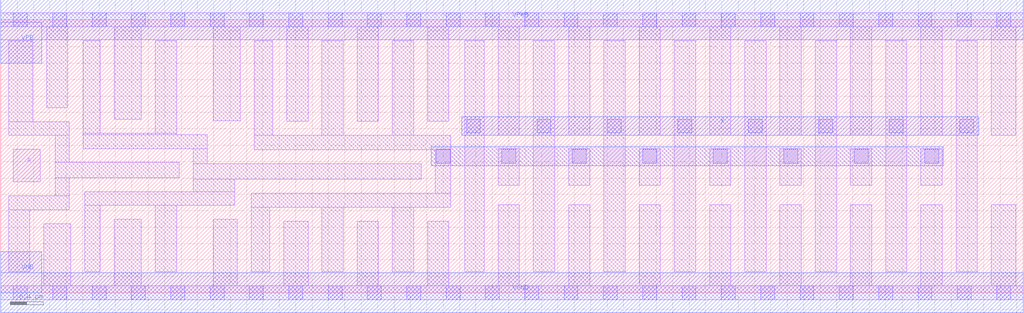
<source format=lef>
# Copyright 2020 The SkyWater PDK Authors
#
# Licensed under the Apache License, Version 2.0 (the "License");
# you may not use this file except in compliance with the License.
# You may obtain a copy of the License at
#
#     https://www.apache.org/licenses/LICENSE-2.0
#
# Unless required by applicable law or agreed to in writing, software
# distributed under the License is distributed on an "AS IS" BASIS,
# WITHOUT WARRANTIES OR CONDITIONS OF ANY KIND, either express or implied.
# See the License for the specific language governing permissions and
# limitations under the License.
#
# SPDX-License-Identifier: Apache-2.0

VERSION 5.5 ;
NAMESCASESENSITIVE ON ;
BUSBITCHARS "[]" ;
DIVIDERCHAR "/" ;
MACRO sky130_fd_sc_lp__bufbuf_16
  CLASS CORE ;
  SOURCE USER ;
  ORIGIN  0.000000  0.000000 ;
  SIZE  12.48000 BY  3.330000 ;
  SYMMETRY X Y R90 ;
  SITE unit ;
  PIN A
    ANTENNAGATEAREA  0.315000 ;
    DIRECTION INPUT ;
    USE SIGNAL ;
    PORT
      LAYER li1 ;
        RECT 0.155000 1.355000 0.485000 1.750000 ;
    END
  END A
  PIN X
    ANTENNADIFFAREA  4.704000 ;
    DIRECTION OUTPUT ;
    USE SIGNAL ;
    PORT
      LAYER met1 ;
        RECT 5.625000 1.920000 11.935000 2.150000 ;
    END
  END X
  PIN VGND
    DIRECTION INOUT ;
    USE GROUND ;
    PORT
      LAYER met1 ;
        RECT 0.000000 -0.245000 12.480000 0.245000 ;
    END
  END VGND
  PIN VNB
    DIRECTION INOUT ;
    USE GROUND ;
    PORT
      LAYER met1 ;
        RECT 0.000000 0.000000 0.500000 0.500000 ;
    END
  END VNB
  PIN VPB
    DIRECTION INOUT ;
    USE POWER ;
    PORT
      LAYER met1 ;
        RECT 0.000000 2.800000 0.500000 3.300000 ;
    END
  END VPB
  PIN VPWR
    DIRECTION INOUT ;
    USE POWER ;
    PORT
      LAYER met1 ;
        RECT 0.000000 3.085000 12.480000 3.575000 ;
    END
  END VPWR
  OBS
    LAYER li1 ;
      RECT  0.000000 -0.085000 12.480000 0.085000 ;
      RECT  0.000000  3.245000 12.480000 3.415000 ;
      RECT  0.095000  0.255000  0.355000 1.015000 ;
      RECT  0.095000  1.015000  0.835000 1.185000 ;
      RECT  0.095000  1.920000  0.835000 2.090000 ;
      RECT  0.095000  2.090000  0.390000 3.075000 ;
      RECT  0.525000  0.085000  0.855000 0.845000 ;
      RECT  0.560000  2.260000  0.820000 3.245000 ;
      RECT  0.665000  1.185000  0.835000 1.405000 ;
      RECT  0.665000  1.405000  2.180000 1.590000 ;
      RECT  0.665000  1.590000  0.835000 1.920000 ;
      RECT  1.005000  1.760000  2.520000 1.930000 ;
      RECT  1.005000  1.930000  2.145000 1.945000 ;
      RECT  1.005000  1.945000  1.215000 3.075000 ;
      RECT  1.025000  0.255000  1.215000 1.065000 ;
      RECT  1.025000  1.065000  2.855000 1.235000 ;
      RECT  1.385000  0.085000  1.715000 0.895000 ;
      RECT  1.385000  2.115000  1.715000 3.245000 ;
      RECT  1.885000  0.255000  2.145000 1.065000 ;
      RECT  1.885000  1.945000  2.145000 3.075000 ;
      RECT  2.350000  1.235000  2.855000 1.385000 ;
      RECT  2.350000  1.385000  5.135000 1.575000 ;
      RECT  2.350000  1.575000  2.520000 1.760000 ;
      RECT  2.595000  0.085000  2.885000 0.895000 ;
      RECT  2.595000  2.100000  2.925000 3.245000 ;
      RECT  3.055000  0.255000  3.285000 1.045000 ;
      RECT  3.055000  1.045000  5.495000 1.215000 ;
      RECT  3.095000  1.745000  5.495000 1.925000 ;
      RECT  3.095000  1.925000  3.320000 3.075000 ;
      RECT  3.455000  0.085000  3.750000 0.875000 ;
      RECT  3.490000  2.095000  3.750000 3.245000 ;
      RECT  3.920000  0.255000  4.180000 1.045000 ;
      RECT  3.920000  1.925000  4.180000 3.075000 ;
      RECT  4.350000  0.085000  4.610000 0.875000 ;
      RECT  4.350000  2.095000  4.610000 3.245000 ;
      RECT  4.780000  0.255000  5.040000 1.045000 ;
      RECT  4.780000  1.925000  5.040000 3.075000 ;
      RECT  5.210000  0.085000  5.470000 0.875000 ;
      RECT  5.210000  2.095000  5.470000 3.245000 ;
      RECT  5.305000  1.215000  5.495000 1.745000 ;
      RECT  5.665000  0.255000  5.900000 3.075000 ;
      RECT  6.070000  0.085000  6.330000 1.075000 ;
      RECT  6.070000  1.315000  6.330000 1.755000 ;
      RECT  6.070000  1.925000  6.330000 3.245000 ;
      RECT  6.500000  0.255000  6.760000 3.075000 ;
      RECT  6.930000  0.085000  7.190000 1.075000 ;
      RECT  6.930000  1.315000  7.190000 1.755000 ;
      RECT  6.930000  1.925000  7.190000 3.245000 ;
      RECT  7.360000  0.255000  7.620000 3.075000 ;
      RECT  7.790000  0.085000  8.050000 1.075000 ;
      RECT  7.790000  1.315000  8.050000 1.755000 ;
      RECT  7.790000  1.925000  8.050000 3.245000 ;
      RECT  8.220000  0.255000  8.480000 3.075000 ;
      RECT  8.650000  0.085000  8.910000 1.075000 ;
      RECT  8.650000  1.315000  8.910000 1.755000 ;
      RECT  8.650000  1.925000  8.910000 3.245000 ;
      RECT  9.080000  0.255000  9.340000 3.075000 ;
      RECT  9.510000  0.085000  9.770000 1.075000 ;
      RECT  9.510000  1.315000  9.770000 1.755000 ;
      RECT  9.510000  1.925000  9.770000 3.245000 ;
      RECT  9.940000  0.255000 10.200000 3.075000 ;
      RECT 10.370000  0.085000 10.630000 1.075000 ;
      RECT 10.370000  1.315000 10.630000 1.755000 ;
      RECT 10.370000  1.925000 10.630000 3.245000 ;
      RECT 10.800000  0.255000 11.060000 3.075000 ;
      RECT 11.230000  0.085000 11.490000 1.075000 ;
      RECT 11.230000  1.315000 11.490000 1.755000 ;
      RECT 11.230000  1.925000 11.490000 3.245000 ;
      RECT 11.660000  0.255000 11.920000 3.075000 ;
      RECT 12.090000  0.085000 12.385000 1.075000 ;
      RECT 12.090000  1.925000 12.385000 3.245000 ;
    LAYER mcon ;
      RECT  0.155000 -0.085000  0.325000 0.085000 ;
      RECT  0.155000  3.245000  0.325000 3.415000 ;
      RECT  0.635000 -0.085000  0.805000 0.085000 ;
      RECT  0.635000  3.245000  0.805000 3.415000 ;
      RECT  1.115000 -0.085000  1.285000 0.085000 ;
      RECT  1.115000  3.245000  1.285000 3.415000 ;
      RECT  1.595000 -0.085000  1.765000 0.085000 ;
      RECT  1.595000  3.245000  1.765000 3.415000 ;
      RECT  2.075000 -0.085000  2.245000 0.085000 ;
      RECT  2.075000  3.245000  2.245000 3.415000 ;
      RECT  2.555000 -0.085000  2.725000 0.085000 ;
      RECT  2.555000  3.245000  2.725000 3.415000 ;
      RECT  3.035000 -0.085000  3.205000 0.085000 ;
      RECT  3.035000  3.245000  3.205000 3.415000 ;
      RECT  3.515000 -0.085000  3.685000 0.085000 ;
      RECT  3.515000  3.245000  3.685000 3.415000 ;
      RECT  3.995000 -0.085000  4.165000 0.085000 ;
      RECT  3.995000  3.245000  4.165000 3.415000 ;
      RECT  4.475000 -0.085000  4.645000 0.085000 ;
      RECT  4.475000  3.245000  4.645000 3.415000 ;
      RECT  4.955000 -0.085000  5.125000 0.085000 ;
      RECT  4.955000  3.245000  5.125000 3.415000 ;
      RECT  5.315000  1.580000  5.485000 1.750000 ;
      RECT  5.435000 -0.085000  5.605000 0.085000 ;
      RECT  5.435000  3.245000  5.605000 3.415000 ;
      RECT  5.685000  1.950000  5.855000 2.120000 ;
      RECT  5.915000 -0.085000  6.085000 0.085000 ;
      RECT  5.915000  3.245000  6.085000 3.415000 ;
      RECT  6.115000  1.580000  6.285000 1.750000 ;
      RECT  6.395000 -0.085000  6.565000 0.085000 ;
      RECT  6.395000  3.245000  6.565000 3.415000 ;
      RECT  6.545000  1.950000  6.715000 2.120000 ;
      RECT  6.875000 -0.085000  7.045000 0.085000 ;
      RECT  6.875000  3.245000  7.045000 3.415000 ;
      RECT  6.975000  1.580000  7.145000 1.750000 ;
      RECT  7.355000 -0.085000  7.525000 0.085000 ;
      RECT  7.355000  3.245000  7.525000 3.415000 ;
      RECT  7.405000  1.950000  7.575000 2.120000 ;
      RECT  7.835000 -0.085000  8.005000 0.085000 ;
      RECT  7.835000  1.580000  8.005000 1.750000 ;
      RECT  7.835000  3.245000  8.005000 3.415000 ;
      RECT  8.265000  1.950000  8.435000 2.120000 ;
      RECT  8.315000 -0.085000  8.485000 0.085000 ;
      RECT  8.315000  3.245000  8.485000 3.415000 ;
      RECT  8.695000  1.580000  8.865000 1.750000 ;
      RECT  8.795000 -0.085000  8.965000 0.085000 ;
      RECT  8.795000  3.245000  8.965000 3.415000 ;
      RECT  9.125000  1.950000  9.295000 2.120000 ;
      RECT  9.275000 -0.085000  9.445000 0.085000 ;
      RECT  9.275000  3.245000  9.445000 3.415000 ;
      RECT  9.555000  1.580000  9.725000 1.750000 ;
      RECT  9.755000 -0.085000  9.925000 0.085000 ;
      RECT  9.755000  3.245000  9.925000 3.415000 ;
      RECT  9.985000  1.950000 10.155000 2.120000 ;
      RECT 10.235000 -0.085000 10.405000 0.085000 ;
      RECT 10.235000  3.245000 10.405000 3.415000 ;
      RECT 10.415000  1.580000 10.585000 1.750000 ;
      RECT 10.715000 -0.085000 10.885000 0.085000 ;
      RECT 10.715000  3.245000 10.885000 3.415000 ;
      RECT 10.845000  1.950000 11.015000 2.120000 ;
      RECT 11.195000 -0.085000 11.365000 0.085000 ;
      RECT 11.195000  3.245000 11.365000 3.415000 ;
      RECT 11.275000  1.580000 11.445000 1.750000 ;
      RECT 11.675000 -0.085000 11.845000 0.085000 ;
      RECT 11.675000  3.245000 11.845000 3.415000 ;
      RECT 11.705000  1.950000 11.875000 2.120000 ;
      RECT 12.155000 -0.085000 12.325000 0.085000 ;
      RECT 12.155000  3.245000 12.325000 3.415000 ;
    LAYER met1 ;
      RECT 5.255000 1.550000 11.505000 1.780000 ;
  END
END sky130_fd_sc_lp__bufbuf_16
END LIBRARY

</source>
